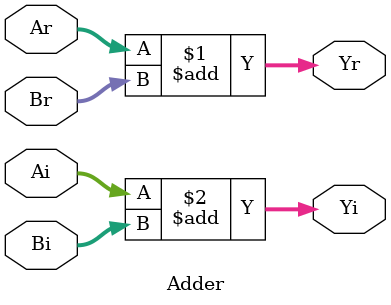
<source format=v>

module Adder (Ar, Ai, Br, Bi, Yr, Yi);
    input signed [23 : 0] Ar, Ai, Br, Bi;
    output signed [23 : 0] Yr, Yi;
    
    assign Yr = Ar + Br;
    assign Yi = Ai + Bi;
    
endmodule   
</source>
